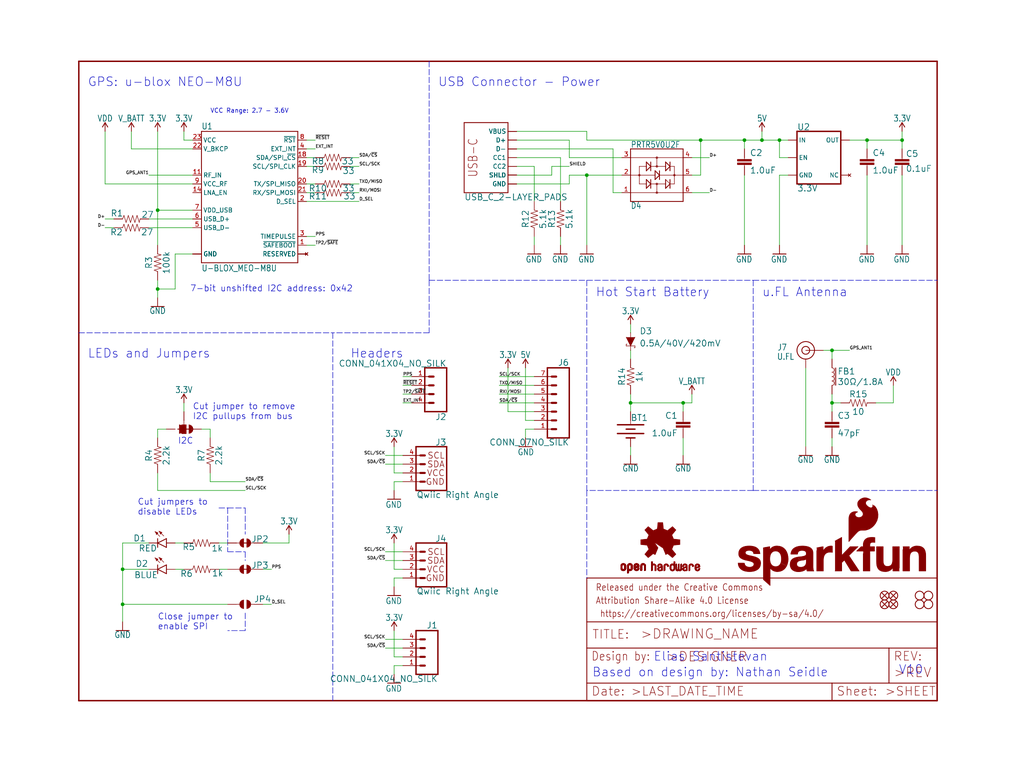
<source format=kicad_sch>
(kicad_sch (version 20211123) (generator eeschema)
  (paper "User" 297.002 223.926)
  (lib_symbols
    (symbol "eagleSchem-eagle-import:0.1UF-0603-25V-(+80{slash}-20%)"
      (property "Reference" "C" (at 1.524 2.921 0))
      (property "Value" "0.1UF-0603-25V-(+80{slash}-20%)" (at 1.524 -2.159 0))
      (symbol "0.1UF-0603-25V-(+80{slash}-20%)_1_0"
        (pin passive line (at 0 5.08 270) (length 2.54) (name "1") (number "1"))
        (pin passive line (at 0 -2.54 90) (length 2.54) (name "2") (number "2"))
      )
    )
    (symbol "eagleSchem-eagle-import:1.0UF-0603-16V-10%"
      (property "Reference" "C" (at 1.524 2.921 0))
      (property "Value" "1.0UF-0603-16V-10%" (at 1.524 -2.159 0))
      (symbol "1.0UF-0603-16V-10%_1_0"
        (pin passive line (at 0 5.08 270) (length 2.54) (name "1") (number "1"))
        (pin passive line (at 0 -2.54 90) (length 2.54) (name "2") (number "2"))
      )
    )
    (symbol "eagleSchem-eagle-import:100KOHM-0603-1{slash}10W-1%"
      (property "Reference" "R" (at 0 1.524 0))
      (property "Value" "100KOHM-0603-1{slash}10W-1%" (at 0 -1.524 0))
      (symbol "100KOHM-0603-1{slash}10W-1%_1_0"
        (pin passive line (at -5.08 0 0) (length 2.54) (name "1") (number "1"))
        (pin passive line (at 5.08 0 180) (length 2.54) (name "2") (number "2"))
      )
    )
    (symbol "eagleSchem-eagle-import:10OHM-0603-1{slash}10W-1%"
      (property "Reference" "R" (at 0 1.524 0))
      (property "Value" "10OHM-0603-1{slash}10W-1%" (at 0 -1.524 0))
      (symbol "10OHM-0603-1{slash}10W-1%_1_0"
        (pin passive line (at -5.08 0 0) (length 2.54) (name "1") (number "1"))
        (pin passive line (at 5.08 0 180) (length 2.54) (name "2") (number "2"))
      )
    )
    (symbol "eagleSchem-eagle-import:1KOHM-0603-1{slash}10W-1%"
      (property "Reference" "R" (at 0 1.524 0))
      (property "Value" "1KOHM-0603-1{slash}10W-1%" (at 0 -1.524 0))
      (symbol "1KOHM-0603-1{slash}10W-1%_1_0"
        (pin passive line (at -5.08 0 0) (length 2.54) (name "1") (number "1"))
        (pin passive line (at 5.08 0 180) (length 2.54) (name "2") (number "2"))
      )
    )
    (symbol "eagleSchem-eagle-import:2.2KOHM-0603-1{slash}10W-1%"
      (property "Reference" "R" (at 0 1.524 0))
      (property "Value" "2.2KOHM-0603-1{slash}10W-1%" (at 0 -1.524 0))
      (symbol "2.2KOHM-0603-1{slash}10W-1%_1_0"
        (pin passive line (at -5.08 0 0) (length 2.54) (name "1") (number "1"))
        (pin passive line (at 5.08 0 180) (length 2.54) (name "2") (number "2"))
      )
    )
    (symbol "eagleSchem-eagle-import:27OHM-0603-1{slash}10W-1%"
      (property "Reference" "R" (at 0 1.524 0))
      (property "Value" "27OHM-0603-1{slash}10W-1%" (at 0 -1.524 0))
      (symbol "27OHM-0603-1{slash}10W-1%_1_0"
        (pin passive line (at -5.08 0 0) (length 2.54) (name "1") (number "1"))
        (pin passive line (at 5.08 0 180) (length 2.54) (name "2") (number "2"))
      )
    )
    (symbol "eagleSchem-eagle-import:3.3V" (power)
      (property "Value" "3.3V" (at 0 2.794 0))
      (symbol "3.3V_1_0"
        (pin power_in line (at 0 0 90) (length 2.54) (name "3.3V") (number "1"))
      )
    )
    (symbol "eagleSchem-eagle-import:33OHM-0603-1{slash}10W-1%"
      (property "Reference" "R" (at 0 1.524 0))
      (property "Value" "33OHM-0603-1{slash}10W-1%" (at 0 -1.524 0))
      (symbol "33OHM-0603-1{slash}10W-1%_1_0"
        (pin passive line (at -5.08 0 0) (length 2.54) (name "1") (number "1"))
        (pin passive line (at 5.08 0 180) (length 2.54) (name "2") (number "2"))
      )
    )
    (symbol "eagleSchem-eagle-import:47PF-0603-50V-5%"
      (property "Reference" "C" (at 1.524 2.921 0))
      (property "Value" "47PF-0603-50V-5%" (at 1.524 -2.159 0))
      (symbol "47PF-0603-50V-5%_1_0"
        (pin passive line (at 0 5.08 270) (length 2.54) (name "1") (number "1"))
        (pin passive line (at 0 -2.54 90) (length 2.54) (name "2") (number "2"))
      )
    )
    (symbol "eagleSchem-eagle-import:5.1KOHM5.1KOHM-0603-1{slash}10W-1%"
      (property "Reference" "R" (at 0 1.524 0))
      (property "Value" "5.1KOHM5.1KOHM-0603-1{slash}10W-1%" (at 0 -1.524 0))
      (symbol "5.1KOHM5.1KOHM-0603-1{slash}10W-1%_1_0"
        (pin passive line (at -5.08 0 0) (length 2.54) (name "1") (number "1"))
        (pin passive line (at 5.08 0 180) (length 2.54) (name "2") (number "2"))
      )
    )
    (symbol "eagleSchem-eagle-import:5V" (power)
      (property "Value" "5V" (at 0 2.794 0))
      (symbol "5V_1_0"
        (pin power_in line (at 0 0 90) (length 2.54) (name "5V") (number "1"))
      )
    )
    (symbol "eagleSchem-eagle-import:CONN_041X04_NO_SILK"
      (property "Reference" "J" (at -5.08 8.128 0))
      (property "Value" "CONN_041X04_NO_SILK" (at -5.08 -7.366 0))
      (symbol "CONN_041X04_NO_SILK_1_0"
        (pin passive line (at 5.08 -2.54 180) (length 5.08) (name "1") (number "1"))
        (pin passive line (at 5.08 0 180) (length 5.08) (name "2") (number "2"))
        (pin passive line (at 5.08 2.54 180) (length 5.08) (name "3") (number "3"))
        (pin passive line (at 5.08 5.08 180) (length 5.08) (name "4") (number "4"))
      )
    )
    (symbol "eagleSchem-eagle-import:CONN_07NO_SILK"
      (property "Reference" "J" (at -5.08 13.208 0))
      (property "Value" "CONN_07NO_SILK" (at -5.08 -9.906 0))
      (symbol "CONN_07NO_SILK_1_0"
        (pin passive line (at 5.08 -5.08 180) (length 5.08) (name "1") (number "1"))
        (pin passive line (at 5.08 -2.54 180) (length 5.08) (name "2") (number "2"))
        (pin passive line (at 5.08 0 180) (length 5.08) (name "3") (number "3"))
        (pin passive line (at 5.08 2.54 180) (length 5.08) (name "4") (number "4"))
        (pin passive line (at 5.08 5.08 180) (length 5.08) (name "5") (number "5"))
        (pin passive line (at 5.08 7.62 180) (length 5.08) (name "6") (number "6"))
        (pin passive line (at 5.08 10.16 180) (length 5.08) (name "7") (number "7"))
      )
    )
    (symbol "eagleSchem-eagle-import:DIODE-SCHOTTKY-PMEG4005EJ"
      (property "Reference" "D" (at -2.54 2.032 0))
      (property "Value" "DIODE-SCHOTTKY-PMEG4005EJ" (at -2.54 -2.032 0))
      (symbol "DIODE-SCHOTTKY-PMEG4005EJ_1_0"
        (pin passive line (at -2.54 0 0) (length 0) (name "A") (number "A"))
        (pin passive line (at 2.54 0 180) (length 0) (name "C") (number "C"))
      )
    )
    (symbol "eagleSchem-eagle-import:FERRITE_BEAD-0603"
      (property "Reference" "FB" (at 1.27 2.54 0))
      (property "Value" "FERRITE_BEAD-0603" (at 1.27 -2.54 0))
      (symbol "FERRITE_BEAD-0603_1_0"
        (pin passive line (at 0 5.08 270) (length 2.54) (name "1") (number "1"))
        (pin passive line (at 0 -5.08 90) (length 2.54) (name "2") (number "2"))
      )
    )
    (symbol "eagleSchem-eagle-import:FIDUCIALUFIDUCIAL")
    (symbol "eagleSchem-eagle-import:FRAME-LETTER"
      (symbol "FRAME-LETTER_2_0"
        (text " https://creativecommons.org/licenses/by-sa/4.0/" (at 2.54 24.13 0) (effects (font (size 1.9304 1.6408)) (justify left bottom)))
        (text ">DESIGNER" (at 23.114 11.176 0) (effects (font (size 2.7432 2.7432)) (justify left bottom)))
        (text ">DRAWING_NAME" (at 15.494 17.78 0) (effects (font (size 2.7432 2.7432)) (justify left bottom)))
        (text ">LAST_DATE_TIME" (at 12.7 1.27 0) (effects (font (size 2.54 2.54)) (justify left bottom)))
        (text ">REV" (at 88.9 6.604 0) (effects (font (size 2.7432 2.7432)) (justify left bottom)))
        (text ">SHEET" (at 86.36 1.27 0) (effects (font (size 2.54 2.54)) (justify left bottom)))
        (text "Attribution Share-Alike 4.0 License" (at 2.54 27.94 0) (effects (font (size 1.9304 1.6408)) (justify left bottom)))
        (text "Date:" (at 1.27 1.27 0) (effects (font (size 2.54 2.54)) (justify left bottom)))
        (text "Design by:" (at 1.27 11.43 0) (effects (font (size 2.54 2.159)) (justify left bottom)))
        (text "Released under the Creative Commons" (at 2.54 31.75 0) (effects (font (size 1.9304 1.6408)) (justify left bottom)))
        (text "REV:" (at 88.9 11.43 0) (effects (font (size 2.54 2.54)) (justify left bottom)))
        (text "Sheet:" (at 72.39 1.27 0) (effects (font (size 2.54 2.54)) (justify left bottom)))
        (text "TITLE:" (at 1.524 17.78 0) (effects (font (size 2.54 2.54)) (justify left bottom)))
      )
    )
    (symbol "eagleSchem-eagle-import:GND" (power)
      (property "Value" "GND" (at 0 -0.254 0))
      (symbol "GND_1_0"
        (pin power_in line (at 0 2.54 270) (length 2.54) (name "GND") (number "1"))
      )
    )
    (symbol "eagleSchem-eagle-import:I2C_STANDARDQWIIC"
      (property "Reference" "J" (at -5.08 7.874 0))
      (property "Value" "I2C_STANDARDQWIIC" (at -5.08 -5.334 0))
      (symbol "I2C_STANDARDQWIIC_1_0"
        (text "GND" (at -4.572 -2.54 0) (effects (font (size 1.778 1.778)) (justify left)))
        (text "SCL" (at -4.572 5.08 0) (effects (font (size 1.778 1.778)) (justify left)))
        (text "SDA" (at -4.572 2.54 0) (effects (font (size 1.778 1.778)) (justify left)))
        (text "VCC" (at -4.572 0 0) (effects (font (size 1.778 1.778)) (justify left)))
        (pin power_in line (at 7.62 -2.54 180) (length 5.08) (name "1") (number "1"))
        (pin power_in line (at 7.62 0 180) (length 5.08) (name "2") (number "2"))
        (pin passive line (at 7.62 2.54 180) (length 5.08) (name "3") (number "3"))
        (pin passive line (at 7.62 5.08 180) (length 5.08) (name "4") (number "4"))
      )
    )
    (symbol "eagleSchem-eagle-import:JUMPER-SMT_2_NC_TRACE_SILK"
      (property "Reference" "JP" (at -2.54 2.54 0))
      (property "Value" "JUMPER-SMT_2_NC_TRACE_SILK" (at -2.54 -2.54 0))
      (symbol "JUMPER-SMT_2_NC_TRACE_SILK_1_0"
        (pin passive line (at -5.08 0 0) (length 2.54) (name "1") (number "1"))
        (pin passive line (at 5.08 0 180) (length 2.54) (name "2") (number "2"))
      )
    )
    (symbol "eagleSchem-eagle-import:JUMPER-SMT_2_NO_SILK"
      (property "Reference" "JP" (at -2.54 2.54 0))
      (property "Value" "JUMPER-SMT_2_NO_SILK" (at -2.54 -2.54 0))
      (symbol "JUMPER-SMT_2_NO_SILK_1_0"
        (pin passive line (at -5.08 0 0) (length 2.54) (name "1") (number "1"))
        (pin passive line (at 5.08 0 180) (length 2.54) (name "2") (number "2"))
      )
    )
    (symbol "eagleSchem-eagle-import:JUMPER-SMT_3_2-NC_TRACE_SILK"
      (property "Reference" "JP" (at 2.54 0.381 0))
      (property "Value" "JUMPER-SMT_3_2-NC_TRACE_SILK" (at 2.54 -0.381 0))
      (symbol "JUMPER-SMT_3_2-NC_TRACE_SILK_1_0"
        (pin passive line (at 0 5.08 270) (length 2.54) (name "1") (number "1"))
        (pin passive line (at -5.08 0 0) (length 2.54) (name "2") (number "2"))
        (pin passive line (at 0 -5.08 90) (length 2.54) (name "3") (number "3"))
      )
    )
    (symbol "eagleSchem-eagle-import:LED-BLUE0603"
      (property "Reference" "D" (at -3.429 -4.572 90))
      (property "Value" "LED-BLUE0603" (at 1.905 -4.572 90))
      (symbol "LED-BLUE0603_1_0"
        (pin passive line (at 0 2.54 270) (length 2.54) (name "A") (number "A"))
        (pin passive line (at 0 -5.08 90) (length 2.54) (name "C") (number "C"))
      )
    )
    (symbol "eagleSchem-eagle-import:LED-RED0603"
      (property "Reference" "D" (at -3.429 -4.572 90))
      (property "Value" "LED-RED0603" (at 1.905 -4.572 90))
      (symbol "LED-RED0603_1_0"
        (pin passive line (at 0 2.54 270) (length 2.54) (name "A") (number "A"))
        (pin passive line (at 0 -5.08 90) (length 2.54) (name "C") (number "C"))
      )
    )
    (symbol "eagleSchem-eagle-import:ML414H_IV01E_BATTERY"
      (property "Reference" "BT" (at 0 4.318 0))
      (property "Value" "ML414H_IV01E_BATTERY" (at 0 -4.318 0))
      (symbol "ML414H_IV01E_BATTERY_1_0"
        (pin power_in line (at -5.08 0 0) (length 2.54) (name "+") (number "+"))
        (pin power_in line (at 5.08 0 180) (length 2.54) (name "-") (number "-"))
      )
    )
    (symbol "eagleSchem-eagle-import:OSHW-LOGOMINI")
    (symbol "eagleSchem-eagle-import:PRTR5V0U2F"
      (property "Reference" "D" (at -7.62 7.874 0))
      (property "Value" "PRTR5V0U2F" (at -7.62 -7.874 0))
      (symbol "PRTR5V0U2F_1_0"
        (pin bidirectional line (at -10.16 5.08 0) (length 2.54) (name "1") (number "1"))
        (pin bidirectional line (at -10.16 0 0) (length 2.54) (name "2") (number "2"))
        (pin bidirectional line (at -10.16 -5.08 0) (length 2.54) (name "3") (number "3"))
        (pin bidirectional line (at 10.16 -5.08 180) (length 2.54) (name "4") (number "4"))
        (pin bidirectional line (at 10.16 0 180) (length 2.54) (name "5") (number "5"))
        (pin bidirectional line (at 10.16 5.08 180) (length 2.54) (name "6") (number "6"))
      )
    )
    (symbol "eagleSchem-eagle-import:SFE_LOGO_NAME_FLAME.1_INCH")
    (symbol "eagleSchem-eagle-import:STAND-OFF")
    (symbol "eagleSchem-eagle-import:U-BLOX_MEO-M8U"
      (property "Reference" "U" (at -12.7 18.288 0))
      (property "Value" "U-BLOX_MEO-M8U" (at -12.7 -22.86 0))
      (symbol "U-BLOX_MEO-M8U_1_0"
        (pin bidirectional line (at 17.78 -15.24 180) (length 2.54) (name "~{SAFEBOOT}") (number "1"))
        (pin bidirectional line (at -15.24 -17.78 0) (length 2.54) (name "GND") (number "10"))
        (pin bidirectional line (at -15.24 5.08 0) (length 2.54) (name "RF_IN") (number "11"))
        (pin bidirectional line (at -15.24 -17.78 0) (length 2.54) (name "GND") (number "12"))
        (pin bidirectional line (at -15.24 -17.78 0) (length 2.54) (name "GND") (number "13"))
        (pin bidirectional line (at -15.24 0 0) (length 2.54) (name "LNA_EN") (number "14"))
        (pin no_connect line (at 17.78 -17.78 180) (length 2.54) (name "RESERVED") (number "15"))
        (pin no_connect line (at 17.78 -17.78 180) (length 2.54) (name "RESERVED") (number "16"))
        (pin no_connect line (at 17.78 -17.78 180) (length 2.54) (name "RESERVED") (number "17"))
        (pin bidirectional line (at 17.78 10.16 180) (length 2.54) (name "SDA/SPI_~{CS}") (number "18"))
        (pin bidirectional line (at 17.78 7.62 180) (length 2.54) (name "SCL/SPI_CLK") (number "19"))
        (pin bidirectional line (at 17.78 -2.54 180) (length 2.54) (name "D_SEL") (number "2"))
        (pin bidirectional line (at 17.78 2.54 180) (length 2.54) (name "TX/SPI_MISO") (number "20"))
        (pin bidirectional line (at 17.78 0 180) (length 2.54) (name "RX/SPI_MOSI") (number "21"))
        (pin bidirectional line (at -15.24 12.7 0) (length 2.54) (name "V_BKCP") (number "22"))
        (pin bidirectional line (at -15.24 15.24 0) (length 2.54) (name "VCC") (number "23"))
        (pin bidirectional line (at -15.24 -17.78 0) (length 2.54) (name "GND") (number "24"))
        (pin bidirectional line (at 17.78 -12.7 180) (length 2.54) (name "TIMEPULSE") (number "3"))
        (pin bidirectional line (at 17.78 12.7 180) (length 2.54) (name "EXT_INT") (number "4"))
        (pin bidirectional line (at -15.24 -10.16 0) (length 2.54) (name "USB_D-") (number "5"))
        (pin bidirectional line (at -15.24 -7.62 0) (length 2.54) (name "USB_D+") (number "6"))
        (pin bidirectional line (at -15.24 -5.08 0) (length 2.54) (name "VDD_USB") (number "7"))
        (pin bidirectional line (at 17.78 15.24 180) (length 2.54) (name "~{RST}") (number "8"))
        (pin bidirectional line (at -15.24 2.54 0) (length 2.54) (name "VCC_RF") (number "9"))
      )
    )
    (symbol "eagleSchem-eagle-import:U.FL2PIN"
      (property "Reference" "J" (at 2.54 -5.08 0))
      (property "Value" "U.FL2PIN" (at 2.54 -7.62 0))
      (symbol "U.FL2PIN_1_0"
        (pin bidirectional line (at 0 -5.08 90) (length 2.54) (name "GND") (number "1"))
        (pin bidirectional line (at 0 -5.08 90) (length 2.54) (name "GND") (number "2"))
        (pin bidirectional line (at 5.08 0 180) (length 5.08) (name "SIGNAL") (number "FEED"))
      )
    )
    (symbol "eagleSchem-eagle-import:USB_C_2-LAYER_PADS"
      (property "Reference" "J" (at -2.54 10.414 0))
      (property "Value" "USB_C_2-LAYER_PADS" (at -2.54 -12.446 0))
      (symbol "USB_C_2-LAYER_PADS_1_0"
        (text "USB-C" (at 0 0 900) (effects (font (size 2.54 2.159))))
        (pin bidirectional line (at 12.7 0 180) (length 2.54) (name "CC1") (number "A5"))
        (pin bidirectional line (at 12.7 5.08 180) (length 2.54) (name "D+") (number "A6"))
        (pin bidirectional line (at 12.7 2.54 180) (length 2.54) (name "D-") (number "A7"))
        (pin bidirectional line (at 12.7 -2.54 180) (length 2.54) (name "CC2") (number "B5"))
        (pin bidirectional line (at 12.7 5.08 180) (length 2.54) (name "D+") (number "B6"))
        (pin bidirectional line (at 12.7 2.54 180) (length 2.54) (name "D-") (number "B7"))
        (pin bidirectional line (at 12.7 -7.62 180) (length 2.54) (name "GND") (number "GND"))
        (pin bidirectional line (at 12.7 -7.62 180) (length 2.54) (name "GND") (number "GND2"))
        (pin bidirectional line (at 12.7 -5.08 180) (length 2.54) (name "SHLD") (number "SHLD1"))
        (pin bidirectional line (at 12.7 -5.08 180) (length 2.54) (name "SHLD") (number "SHLD2"))
        (pin bidirectional line (at 12.7 -5.08 180) (length 2.54) (name "SHLD") (number "SHLD3"))
        (pin bidirectional line (at 12.7 -5.08 180) (length 2.54) (name "SHLD") (number "SHLD4"))
        (pin bidirectional line (at 12.7 7.62 180) (length 2.54) (name "VBUS") (number "VBUS1"))
        (pin bidirectional line (at 12.7 7.62 180) (length 2.54) (name "VBUS") (number "VBUS2"))
      )
    )
    (symbol "eagleSchem-eagle-import:VDD" (power)
      (property "Value" "VDD" (at 0 2.794 0))
      (symbol "VDD_1_0"
        (pin power_in line (at 0 0 90) (length 2.54) (name "VDD") (number "1"))
      )
    )
    (symbol "eagleSchem-eagle-import:V_BATT" (power)
      (property "Value" "V_BATT" (at 0 2.794 0))
      (symbol "V_BATT_1_0"
        (pin power_in line (at 0 0 90) (length 2.54) (name "V_BATT") (number "1"))
      )
    )
    (symbol "eagleSchem-eagle-import:V_REG_AP2112K-3.3V"
      (property "Reference" "U" (at -7.62 7.874 0))
      (property "Value" "V_REG_AP2112K-3.3V" (at -7.62 -7.874 0))
      (symbol "V_REG_AP2112K-3.3V_1_0"
        (pin input line (at -10.16 5.08 0) (length 2.54) (name "IN") (number "1"))
        (pin input line (at -10.16 -5.08 0) (length 2.54) (name "GND") (number "2"))
        (pin input line (at -10.16 0 0) (length 2.54) (name "EN") (number "3"))
        (pin no_connect line (at 7.62 -5.08 180) (length 2.54) (name "NC") (number "4"))
        (pin passive line (at 7.62 5.08 180) (length 2.54) (name "OUT") (number "5"))
      )
    )
  )
  (junction (at 220.98 40.64))
  (junction (at 198.12 116.84))
  (junction (at 226.06 40.64))
  (junction (at 241.3 101.6))
  (junction (at 45.72 60.96))
  (junction (at 241.3 116.84))
  (junction (at 203.2 40.64))
  (junction (at 45.72 83.82))
  (junction (at 215.9 40.64))
  (junction (at 35.56 165.1))
  (junction (at 35.56 175.26))
  (junction (at 182.88 116.84))
  (junction (at 170.18 50.8))
  (junction (at 261.62 40.64))
  (junction (at 251.46 40.64))
  (wire (pts (xy 261.62 38.1) (xy 261.62 40.64)))
  (wire (pts (xy 154.94 111.76) (xy 144.78 111.76)))
  (wire (pts (xy 251.46 71.12) (xy 251.46 50.8)))
  (polyline (pts (xy 66.04 147.32) (xy 71.12 147.32)))
  (wire (pts (xy 50.8 83.82) (xy 45.72 83.82)))
  (wire (pts (xy 261.62 43.18) (xy 261.62 40.64)))
  (wire (pts (xy 203.2 50.8) (xy 203.2 40.64)))
  (wire (pts (xy 101.6 53.34) (xy 104.14 53.34)))
  (wire (pts (xy 182.88 129.54) (xy 182.88 132.08)))
  (wire (pts (xy 55.88 53.34) (xy 30.48 53.34)))
  (wire (pts (xy 91.44 45.72) (xy 88.9 45.72)))
  (wire (pts (xy 228.6 50.8) (xy 226.06 50.8)))
  (wire (pts (xy 215.9 40.64) (xy 203.2 40.64)))
  (polyline (pts (xy 66.04 147.32) (xy 66.04 160.02)))
  (wire (pts (xy 88.9 40.64) (xy 91.44 40.64)))
  (wire (pts (xy 152.4 121.92) (xy 152.4 106.68)))
  (wire (pts (xy 43.18 165.1) (xy 35.56 165.1)))
  (wire (pts (xy 162.56 45.72) (xy 162.56 58.42)))
  (wire (pts (xy 116.84 193.04) (xy 114.3 193.04)))
  (wire (pts (xy 50.8 157.48) (xy 53.34 157.48)))
  (polyline (pts (xy 124.46 96.52) (xy 96.52 96.52)))
  (wire (pts (xy 53.34 165.1) (xy 50.8 165.1)))
  (polyline (pts (xy 124.46 81.28) (xy 170.18 81.28)))
  (wire (pts (xy 35.56 157.48) (xy 35.56 165.1)))
  (wire (pts (xy 182.88 116.84) (xy 182.88 119.38)))
  (wire (pts (xy 203.2 40.64) (xy 170.18 40.64)))
  (wire (pts (xy 114.3 139.7) (xy 114.3 142.24)))
  (polyline (pts (xy 124.46 17.78) (xy 124.46 81.28)))
  (wire (pts (xy 177.8 55.88) (xy 180.34 55.88)))
  (wire (pts (xy 101.6 55.88) (xy 104.14 55.88)))
  (wire (pts (xy 116.84 185.42) (xy 111.76 185.42)))
  (wire (pts (xy 88.9 43.18) (xy 91.44 43.18)))
  (wire (pts (xy 160.02 50.8) (xy 160.02 48.26)))
  (wire (pts (xy 60.96 139.7) (xy 71.12 139.7)))
  (wire (pts (xy 45.72 137.16) (xy 45.72 142.24)))
  (wire (pts (xy 200.66 50.8) (xy 203.2 50.8)))
  (wire (pts (xy 119.38 114.3) (xy 116.84 114.3)))
  (wire (pts (xy 154.94 121.92) (xy 152.4 121.92)))
  (wire (pts (xy 116.84 137.16) (xy 114.3 137.16)))
  (wire (pts (xy 33.02 63.5) (xy 30.48 63.5)))
  (wire (pts (xy 165.1 45.72) (xy 180.34 45.72)))
  (wire (pts (xy 119.38 116.84) (xy 116.84 116.84)))
  (wire (pts (xy 251.46 40.64) (xy 261.62 40.64)))
  (wire (pts (xy 119.38 109.22) (xy 116.84 109.22)))
  (wire (pts (xy 91.44 48.26) (xy 88.9 48.26)))
  (wire (pts (xy 182.88 114.3) (xy 182.88 116.84)))
  (wire (pts (xy 241.3 116.84) (xy 241.3 119.38)))
  (polyline (pts (xy 71.12 147.32) (xy 71.12 154.94)))
  (wire (pts (xy 152.4 124.46) (xy 152.4 127)))
  (wire (pts (xy 149.86 45.72) (xy 162.56 45.72)))
  (wire (pts (xy 55.88 43.18) (xy 38.1 43.18)))
  (wire (pts (xy 45.72 81.28) (xy 45.72 83.82)))
  (polyline (pts (xy 218.44 142.24) (xy 271.78 142.24)))
  (polyline (pts (xy 63.5 147.32) (xy 66.04 147.32)))
  (wire (pts (xy 251.46 40.64) (xy 251.46 43.18)))
  (polyline (pts (xy 218.44 142.24) (xy 170.18 142.24)))
  (wire (pts (xy 35.56 157.48) (xy 43.18 157.48)))
  (wire (pts (xy 198.12 116.84) (xy 198.12 119.38)))
  (wire (pts (xy 149.86 50.8) (xy 160.02 50.8)))
  (wire (pts (xy 91.44 55.88) (xy 88.9 55.88)))
  (wire (pts (xy 165.1 45.72) (xy 165.1 40.64)))
  (wire (pts (xy 182.88 93.98) (xy 182.88 96.52)))
  (wire (pts (xy 154.94 48.26) (xy 149.86 48.26)))
  (wire (pts (xy 226.06 40.64) (xy 220.98 40.64)))
  (wire (pts (xy 254 116.84) (xy 259.08 116.84)))
  (wire (pts (xy 45.72 127) (xy 45.72 124.46)))
  (wire (pts (xy 241.3 101.6) (xy 238.76 101.6)))
  (wire (pts (xy 116.84 190.5) (xy 114.3 190.5)))
  (wire (pts (xy 180.34 50.8) (xy 170.18 50.8)))
  (wire (pts (xy 53.34 116.84) (xy 53.34 119.38)))
  (polyline (pts (xy 124.46 81.28) (xy 124.46 96.52)))
  (wire (pts (xy 88.9 68.58) (xy 91.44 68.58)))
  (wire (pts (xy 101.6 45.72) (xy 104.14 45.72)))
  (polyline (pts (xy 170.18 142.24) (xy 170.18 167.64)))
  (wire (pts (xy 38.1 38.1) (xy 38.1 43.18)))
  (wire (pts (xy 226.06 45.72) (xy 226.06 40.64)))
  (wire (pts (xy 45.72 124.46) (xy 48.26 124.46)))
  (wire (pts (xy 55.88 40.64) (xy 53.34 40.64)))
  (wire (pts (xy 261.62 71.12) (xy 261.62 50.8)))
  (wire (pts (xy 149.86 38.1) (xy 170.18 38.1)))
  (wire (pts (xy 200.66 55.88) (xy 205.74 55.88)))
  (wire (pts (xy 170.18 38.1) (xy 170.18 40.64)))
  (wire (pts (xy 116.84 167.64) (xy 114.3 167.64)))
  (wire (pts (xy 45.72 142.24) (xy 71.12 142.24)))
  (wire (pts (xy 53.34 38.1) (xy 53.34 40.64)))
  (polyline (pts (xy 170.18 81.28) (xy 170.18 142.24)))
  (wire (pts (xy 226.06 50.8) (xy 226.06 71.12)))
  (wire (pts (xy 241.3 101.6) (xy 241.3 104.14)))
  (wire (pts (xy 55.88 60.96) (xy 45.72 60.96)))
  (wire (pts (xy 233.68 129.54) (xy 233.68 106.68)))
  (wire (pts (xy 76.2 165.1) (xy 78.74 165.1)))
  (wire (pts (xy 154.94 109.22) (xy 144.78 109.22)))
  (wire (pts (xy 76.2 157.48) (xy 83.82 157.48)))
  (wire (pts (xy 50.8 73.66) (xy 50.8 83.82)))
  (wire (pts (xy 170.18 50.8) (xy 170.18 71.12)))
  (polyline (pts (xy 22.86 96.52) (xy 96.52 96.52)))
  (wire (pts (xy 116.84 162.56) (xy 111.76 162.56)))
  (wire (pts (xy 114.3 165.1) (xy 114.3 157.48)))
  (polyline (pts (xy 71.12 182.88) (xy 66.04 182.88)))
  (wire (pts (xy 220.98 40.64) (xy 215.9 40.64)))
  (wire (pts (xy 182.88 101.6) (xy 182.88 104.14)))
  (wire (pts (xy 30.48 53.34) (xy 30.48 38.1)))
  (wire (pts (xy 55.88 73.66) (xy 50.8 73.66)))
  (wire (pts (xy 55.88 66.04) (xy 43.18 66.04)))
  (polyline (pts (xy 170.18 81.28) (xy 218.44 81.28)))
  (wire (pts (xy 154.94 116.84) (xy 144.78 116.84)))
  (wire (pts (xy 170.18 50.8) (xy 165.1 50.8)))
  (wire (pts (xy 66.04 175.26) (xy 35.56 175.26)))
  (wire (pts (xy 246.38 40.64) (xy 251.46 40.64)))
  (wire (pts (xy 114.3 167.64) (xy 114.3 170.18)))
  (polyline (pts (xy 71.12 177.8) (xy 71.12 182.88)))
  (polyline (pts (xy 218.44 81.28) (xy 271.78 81.28)))
  (wire (pts (xy 116.84 160.02) (xy 111.76 160.02)))
  (wire (pts (xy 154.94 119.38) (xy 147.32 119.38)))
  (wire (pts (xy 228.6 45.72) (xy 226.06 45.72)))
  (wire (pts (xy 60.96 124.46) (xy 58.42 124.46)))
  (wire (pts (xy 200.66 45.72) (xy 205.74 45.72)))
  (wire (pts (xy 165.1 50.8) (xy 165.1 53.34)))
  (wire (pts (xy 198.12 116.84) (xy 182.88 116.84)))
  (wire (pts (xy 33.02 66.04) (xy 30.48 66.04)))
  (wire (pts (xy 177.8 43.18) (xy 177.8 55.88)))
  (wire (pts (xy 60.96 127) (xy 60.96 124.46)))
  (wire (pts (xy 114.3 190.5) (xy 114.3 182.88)))
  (polyline (pts (xy 96.52 96.52) (xy 96.52 203.2)))
  (wire (pts (xy 116.84 165.1) (xy 114.3 165.1)))
  (wire (pts (xy 160.02 48.26) (xy 165.1 48.26)))
  (wire (pts (xy 147.32 119.38) (xy 147.32 106.68)))
  (wire (pts (xy 88.9 58.42) (xy 104.14 58.42)))
  (wire (pts (xy 88.9 71.12) (xy 91.44 71.12)))
  (wire (pts (xy 220.98 40.64) (xy 220.98 38.1)))
  (polyline (pts (xy 218.44 81.28) (xy 218.44 142.24)))
  (wire (pts (xy 114.3 137.16) (xy 114.3 129.54)))
  (wire (pts (xy 200.66 116.84) (xy 198.12 116.84)))
  (wire (pts (xy 78.74 175.26) (xy 76.2 175.26)))
  (wire (pts (xy 154.94 68.58) (xy 154.94 71.12)))
  (wire (pts (xy 243.84 116.84) (xy 241.3 116.84)))
  (wire (pts (xy 116.84 187.96) (xy 111.76 187.96)))
  (wire (pts (xy 55.88 50.8) (xy 43.18 50.8)))
  (wire (pts (xy 226.06 40.64) (xy 228.6 40.64)))
  (polyline (pts (xy 71.12 160.02) (xy 71.12 162.56)))
  (wire (pts (xy 35.56 165.1) (xy 35.56 175.26)))
  (wire (pts (xy 101.6 48.26) (xy 104.14 48.26)))
  (wire (pts (xy 114.3 193.04) (xy 114.3 195.58)))
  (wire (pts (xy 35.56 175.26) (xy 35.56 180.34)))
  (wire (pts (xy 91.44 53.34) (xy 88.9 53.34)))
  (wire (pts (xy 162.56 68.58) (xy 162.56 71.12)))
  (wire (pts (xy 198.12 127) (xy 198.12 132.08)))
  (wire (pts (xy 55.88 63.5) (xy 43.18 63.5)))
  (wire (pts (xy 66.04 157.48) (xy 63.5 157.48)))
  (wire (pts (xy 154.94 114.3) (xy 144.78 114.3)))
  (wire (pts (xy 45.72 60.96) (xy 45.72 71.12)))
  (wire (pts (xy 116.84 132.08) (xy 111.76 132.08)))
  (wire (pts (xy 241.3 114.3) (xy 241.3 116.84)))
  (wire (pts (xy 165.1 40.64) (xy 149.86 40.64)))
  (wire (pts (xy 215.9 71.12) (xy 215.9 50.8)))
  (wire (pts (xy 259.08 116.84) (xy 259.08 111.76)))
  (wire (pts (xy 116.84 139.7) (xy 114.3 139.7)))
  (wire (pts (xy 241.3 129.54) (xy 241.3 127)))
  (wire (pts (xy 215.9 43.18) (xy 215.9 40.64)))
  (wire (pts (xy 154.94 124.46) (xy 152.4 124.46)))
  (wire (pts (xy 165.1 53.34) (xy 149.86 53.34)))
  (wire (pts (xy 60.96 137.16) (xy 60.96 139.7)))
  (polyline (pts (xy 66.04 160.02) (xy 71.12 160.02)))
  (wire (pts (xy 200.66 114.3) (xy 200.66 116.84)))
  (wire (pts (xy 119.38 111.76) (xy 116.84 111.76)))
  (wire (pts (xy 45.72 83.82) (xy 45.72 86.36)))
  (wire (pts (xy 45.72 38.1) (xy 45.72 60.96)))
  (wire (pts (xy 154.94 58.42) (xy 154.94 48.26)))
  (wire (pts (xy 149.86 43.18) (xy 177.8 43.18)))
  (wire (pts (xy 66.04 165.1) (xy 63.5 165.1)))
  (wire (pts (xy 83.82 157.48) (xy 83.82 154.94)))
  (wire (pts (xy 246.38 101.6) (xy 241.3 101.6)))
  (wire (pts (xy 116.84 134.62) (xy 111.76 134.62)))
  (text "Hot Start Battery" (at 172.72 86.36 180) (effects (font (size 2.54 2.54)) (justify left bottom)))
  (text "GPS: u-blox NEO-M8U" (at 25.4 25.4 180) (effects (font (size 2.54 2.54)) (justify left bottom)))
  (text "V10" (at 260.604 195.834 180) (effects (font (size 2.54 2.54)) (justify left bottom)))
  (text "VCC Range: 2.7 - 3.6V" (at 60.96 33.02 180) (effects (font (size 1.27 1.27)) (justify left bottom)))
  (text "LEDs and Jumpers" (at 25.4 104.14 180) (effects (font (size 2.54 2.54)) (justify left bottom)))
  (text "I2C" (at 51.562 129.032 180) (effects (font (size 1.778 1.778)) (justify left bottom)))
  (text "Headers" (at 101.6 104.14 180) (effects (font (size 2.54 2.54)) (justify left bottom)))
  (text "Elias Santistevan" (at 189.484 192.024 180) (effects (font (size 2.54 2.54)) (justify left bottom)))
  (text "Based on design by: Nathan Seidle" (at 171.704 196.596 180) (effects (font (size 2.54 2.54)) (justify left bottom)))
  (text "Cut jumpers to\ndisable LEDs" (at 39.878 149.606 180) (effects (font (size 1.778 1.778)) (justify left bottom)))
  (text "Close jumper to\nenable SPI" (at 45.72 182.88 180) (effects (font (size 1.778 1.778)) (justify left bottom)))
  (text "USB Connector - Power" (at 127 25.4 180) (effects (font (size 2.54 2.54)) (justify left bottom)))
  (text "Cut jumper to remove\nI2C pullups from bus" (at 55.88 121.92 180) (effects (font (size 1.778 1.778)) (justify left bottom)))
  (text "7-bit unshifted I2C address: 0x42" (at 78.74 83.82 180) (effects (font (size 1.778 1.778))))
  (text "u.FL Antenna" (at 220.98 86.36 180) (effects (font (size 2.54 2.54)) (justify left bottom)))
  (label "TP2/~{SAFE}" (at 116.84 114.3 0) (effects (font (size 0.889 0.889))))
  (label "PPS" (at 91.44 68.58 0) (effects (font (size 0.889 0.889))))
  (label "TXO/MISO" (at 104.14 53.34 0) (effects (font (size 0.889 0.889))))
  (label "D_SEL" (at 78.74 175.26 0) (effects (font (size 0.889 0.889))))
  (label "SCL/SCK" (at 111.76 160.02 180) (effects (font (size 0.889 0.889))))
  (label "EXT_INT" (at 116.84 116.84 0) (effects (font (size 0.889 0.889))))
  (label "SCL/SCK" (at 144.78 109.22 0) (effects (font (size 0.889 0.889))))
  (label "SHIELD" (at 165.1 48.26 0) (effects (font (size 0.889 0.889))))
  (label "SDA/~{CS}" (at 111.76 134.62 180) (effects (font (size 0.889 0.889))))
  (label "D-" (at 30.48 66.04 180) (effects (font (size 0.889 0.889))))
  (label "PPS" (at 78.74 165.1 0) (effects (font (size 0.889 0.889))))
  (label "SDA/~{CS}" (at 111.76 162.56 180) (effects (font (size 0.889 0.889))))
  (label "~{RESET}" (at 91.44 40.64 0) (effects (font (size 0.889 0.889))))
  (label "PPS" (at 116.84 109.22 0) (effects (font (size 0.889 0.889))))
  (label "SCL/SCK" (at 71.12 142.24 0) (effects (font (size 0.889 0.889))))
  (label "SCL/SCK" (at 104.14 48.26 0) (effects (font (size 0.889 0.889))))
  (label "RXI/MOSI" (at 104.14 55.88 0) (effects (font (size 0.889 0.889))))
  (label "GPS_ANT1" (at 246.38 101.6 0) (effects (font (size 0.889 0.889))))
  (label "~{RESET}" (at 116.84 111.76 0) (effects (font (size 0.889 0.889))))
  (label "EXT_INT" (at 91.44 43.18 0) (effects (font (size 0.889 0.889))))
  (label "SCL/SCK" (at 111.76 132.08 180) (effects (font (size 0.889 0.889))))
  (label "D+" (at 205.74 45.72 0) (effects (font (size 0.889 0.889))))
  (label "SDA/~{CS}" (at 71.12 139.7 0) (effects (font (size 0.889 0.889))))
  (label "SDA/~{CS}" (at 144.78 116.84 0) (effects (font (size 0.889 0.889))))
  (label "TXO/MISO" (at 144.78 111.76 0) (effects (font (size 0.889 0.889))))
  (label "SDA/~{CS}" (at 111.76 187.96 180) (effects (font (size 0.889 0.889))))
  (label "GPS_ANT1" (at 43.18 50.8 180) (effects (font (size 0.889 0.889))))
  (label "D-" (at 205.74 55.88 0) (effects (font (size 0.889 0.889))))
  (label "SDA/~{CS}" (at 104.14 45.72 0) (effects (font (size 0.889 0.889))))
  (label "TP2/~{SAFE}" (at 91.44 71.12 0) (effects (font (size 0.889 0.889))))
  (label "SCL/SCK" (at 111.76 185.42 180) (effects (font (size 0.889 0.889))))
  (label "D_SEL" (at 104.14 58.42 0) (effects (font (size 0.889 0.889))))
  (label "RXI/MOSI" (at 144.78 114.3 0) (effects (font (size 0.889 0.889))))
  (label "D+" (at 30.48 63.5 180) (effects (font (size 0.889 0.889))))
  (symbol (lib_id "eagleSchem-eagle-import:FIDUCIALUFIDUCIAL") (at 256.54 172.72 270) (unit 1)
    (property "Reference" "JP5" (effects hide))
    (property "Value" "FIDUCIALUFIDUCIAL" (effects hide))
    (property "Footprint" "eagleSchem:MICRO-FIDUCIAL" (effects hide))
  )
  (symbol (lib_id "eagleSchem-eagle-import:GND") (at 261.62 73.66 0) (unit 1)
    (property "Reference" "#GND13" (effects hide))
    (property "Value" "GND" (at 259.08 76.2 0) (effects (font (size 1.778 1.5113)) (justify left bottom)))
    (property "Footprint" "eagleSchem:" (effects hide))
  )
  (symbol (lib_id "eagleSchem-eagle-import:3.3V") (at 114.3 182.88 0) (unit 1)
    (property "Reference" "#SUPPLY7" (effects hide))
    (property "Value" "3.3V" (at 114.3 180.086 0) (effects (font (size 1.778 1.5113)) (justify bottom)))
    (property "Footprint" "eagleSchem:" (effects hide))
  )
  (symbol (lib_id "eagleSchem-eagle-import:1KOHM-0603-1{slash}10W-1%") (at 182.88 109.22 90) (unit 1)
    (property "Reference" "R14" (at 181.356 109.22 0) (effects (font (size 1.778 1.778)) (justify bottom)))
    (property "Value" "1k" (at 184.404 109.22 0) (effects (font (size 1.778 1.778)) (justify top)))
    (property "Footprint" "eagleSchem:0603" (effects hide))
  )
  (symbol (lib_id "eagleSchem-eagle-import:47PF-0603-50V-5%") (at 241.3 124.46 0) (unit 1)
    (property "Reference" "C3" (at 242.824 121.539 0) (effects (font (size 1.778 1.778)) (justify left bottom)))
    (property "Value" "47pF" (at 242.824 126.619 0) (effects (font (size 1.778 1.778)) (justify left bottom)))
    (property "Footprint" "eagleSchem:0603" (effects hide))
  )
  (symbol (lib_id "eagleSchem-eagle-import:33OHM-0603-1{slash}10W-1%") (at 96.52 45.72 0) (unit 1)
    (property "Reference" "R8" (at 92.202 47.752 0) (effects (font (size 1.778 1.778)) (justify bottom)))
    (property "Value" "33" (at 100.838 47.752 0) (effects (font (size 1.778 1.778)) (justify bottom)))
    (property "Footprint" "eagleSchem:0603" (effects hide))
  )
  (symbol (lib_id "eagleSchem-eagle-import:3.3V") (at 53.34 38.1 0) (mirror y) (unit 1)
    (property "Reference" "#SUPPLY1" (effects hide))
    (property "Value" "3.3V" (at 53.34 35.306 0) (effects (font (size 1.778 1.5113)) (justify bottom)))
    (property "Footprint" "eagleSchem:" (effects hide))
  )
  (symbol (lib_id "eagleSchem-eagle-import:10OHM-0603-1{slash}10W-1%") (at 248.92 116.84 0) (unit 1)
    (property "Reference" "R15" (at 248.92 115.316 0) (effects (font (size 1.778 1.778)) (justify bottom)))
    (property "Value" "10" (at 248.92 118.364 0) (effects (font (size 1.778 1.778)) (justify top)))
    (property "Footprint" "eagleSchem:0603" (effects hide))
  )
  (symbol (lib_id "eagleSchem-eagle-import:LED-RED0603") (at 48.26 157.48 270) (unit 1)
    (property "Reference" "D1" (at 38.608 157.099 90) (effects (font (size 1.778 1.778)) (justify left bottom)))
    (property "Value" "RED" (at 40.132 157.988 90) (effects (font (size 1.778 1.778)) (justify left top)))
    (property "Footprint" "eagleSchem:LED-0603" (effects hide))
  )
  (symbol (lib_id "eagleSchem-eagle-import:3.3V") (at 261.62 38.1 0) (unit 1)
    (property "Reference" "#SUPPLY2" (effects hide))
    (property "Value" "3.3V" (at 261.62 35.306 0) (effects (font (size 1.778 1.5113)) (justify bottom)))
    (property "Footprint" "eagleSchem:" (effects hide))
  )
  (symbol (lib_id "eagleSchem-eagle-import:CONN_07NO_SILK") (at 160.02 119.38 0) (mirror y) (unit 1)
    (property "Reference" "J6" (at 165.1 106.172 0) (effects (font (size 1.778 1.778)) (justify left bottom)))
    (property "Value" "CONN_07NO_SILK" (at 165.1 129.286 0) (effects (font (size 1.778 1.778)) (justify left bottom)))
    (property "Footprint" "eagleSchem:1X07_NO_SILK" (effects hide))
  )
  (symbol (lib_id "eagleSchem-eagle-import:FIDUCIALUFIDUCIAL") (at 259.08 175.26 270) (unit 1)
    (property "Reference" "JP8" (effects hide))
    (property "Value" "FIDUCIALUFIDUCIAL" (effects hide))
    (property "Footprint" "eagleSchem:MICRO-FIDUCIAL" (effects hide))
  )
  (symbol (lib_id "eagleSchem-eagle-import:JUMPER-SMT_2_NC_TRACE_SILK") (at 71.12 165.1 0) (unit 1)
    (property "Reference" "JP3" (at 77.978 162.941 0) (effects (font (size 1.778 1.778)) (justify right top)))
    (property "Value" "JUMPER-SMT_2_NC_TRACE_SILK" (effects hide))
    (property "Footprint" "eagleSchem:SMT-JUMPER_2_NC_TRACE_SILK" (effects hide))
  )
  (symbol (lib_id "eagleSchem-eagle-import:U-BLOX_MEO-M8U") (at 71.12 55.88 0) (unit 1)
    (property "Reference" "U1" (at 58.42 37.592 0) (effects (font (size 1.778 1.5113)) (justify left bottom)))
    (property "Value" "U-BLOX_MEO-M8U" (at 58.42 78.74 0) (effects (font (size 1.778 1.5113)) (justify left bottom)))
    (property "Footprint" "eagleSchem:NEO-M9N_M8T_M8U" (effects hide))
  )
  (symbol (lib_id "eagleSchem-eagle-import:LED-BLUE0603") (at 48.26 165.1 270) (unit 1)
    (property "Reference" "D2" (at 39.243 164.465 90) (effects (font (size 1.778 1.778)) (justify left bottom)))
    (property "Value" "BLUE" (at 38.862 165.735 90) (effects (font (size 1.778 1.778)) (justify left top)))
    (property "Footprint" "eagleSchem:LED-0603" (effects hide))
  )
  (symbol (lib_id "eagleSchem-eagle-import:2.2KOHM-0603-1{slash}10W-1%") (at 45.72 132.08 90) (unit 1)
    (property "Reference" "R4" (at 44.196 132.08 0) (effects (font (size 1.778 1.778)) (justify bottom)))
    (property "Value" "2.2k" (at 47.244 132.08 0) (effects (font (size 1.778 1.778)) (justify top)))
    (property "Footprint" "eagleSchem:0603" (effects hide))
  )
  (symbol (lib_id "eagleSchem-eagle-import:JUMPER-SMT_3_2-NC_TRACE_SILK") (at 53.34 124.46 270) (unit 1)
    (property "Reference" "JP1" (effects hide))
    (property "Value" "JUMPER-SMT_3_2-NC_TRACE_SILK" (effects hide))
    (property "Footprint" "eagleSchem:SMT-JUMPER_3_2-NC_TRACE_SILK" (effects hide))
  )
  (symbol (lib_id "eagleSchem-eagle-import:STAND-OFF") (at 266.7 175.26 0) (unit 1)
    (property "Reference" "JP10" (effects hide))
    (property "Value" "STAND-OFF" (effects hide))
    (property "Footprint" "eagleSchem:STAND-OFF" (effects hide))
  )
  (symbol (lib_id "eagleSchem-eagle-import:FERRITE_BEAD-0603") (at 241.3 109.22 0) (unit 1)
    (property "Reference" "FB1" (at 242.824 108.712 0) (effects (font (size 1.778 1.778)) (justify left bottom)))
    (property "Value" "30Ω/1.8A" (at 242.824 109.728 0) (effects (font (size 1.778 1.778)) (justify left top)))
    (property "Footprint" "eagleSchem:0603" (effects hide))
  )
  (symbol (lib_id "eagleSchem-eagle-import:GND") (at 154.94 73.66 0) (unit 1)
    (property "Reference" "#GND15" (effects hide))
    (property "Value" "GND" (at 152.4 76.2 0) (effects (font (size 1.778 1.5113)) (justify left bottom)))
    (property "Footprint" "eagleSchem:" (effects hide))
  )
  (symbol (lib_id "eagleSchem-eagle-import:5.1KOHM5.1KOHM-0603-1{slash}10W-1%") (at 154.94 63.5 90) (unit 1)
    (property "Reference" "R12" (at 153.416 63.5 0) (effects (font (size 1.778 1.778)) (justify bottom)))
    (property "Value" "5.1k" (at 156.464 63.5 0) (effects (font (size 1.778 1.778)) (justify top)))
    (property "Footprint" "eagleSchem:0603" (effects hide))
  )
  (symbol (lib_id "eagleSchem-eagle-import:FRAME-LETTER") (at 170.18 203.2 0) (unit 2)
    (property "Reference" "FRAME1" (effects hide))
    (property "Value" "FRAME-LETTER" (effects hide))
    (property "Footprint" "eagleSchem:CREATIVE_COMMONS" (effects hide))
  )
  (symbol (lib_id "eagleSchem-eagle-import:33OHM-0603-1{slash}10W-1%") (at 96.52 53.34 0) (unit 1)
    (property "Reference" "R10" (at 92.202 55.626 0) (effects (font (size 1.778 1.778)) (justify bottom)))
    (property "Value" "33" (at 101.092 55.626 0) (effects (font (size 1.778 1.778)) (justify bottom)))
    (property "Footprint" "eagleSchem:0603" (effects hide))
  )
  (symbol (lib_id "eagleSchem-eagle-import:OSHW-LOGOMINI") (at 191.516 157.226 0) (unit 1)
    (property "Reference" "LOGO1" (effects hide))
    (property "Value" "OSHW-LOGOMINI" (effects hide))
    (property "Footprint" "eagleSchem:OSHW-LOGO-MINI" (effects hide))
  )
  (symbol (lib_id "eagleSchem-eagle-import:0.1UF-0603-25V-(+80{slash}-20%)") (at 261.62 45.72 180) (unit 1)
    (property "Reference" "C5" (at 262.636 45.593 0) (effects (font (size 1.778 1.778)) (justify right top)))
    (property "Value" "0.1uF" (at 262.636 49.911 0) (effects (font (size 1.778 1.778)) (justify right top)))
    (property "Footprint" "eagleSchem:0603" (effects hide))
  )
  (symbol (lib_id "eagleSchem-eagle-import:STAND-OFF") (at 269.24 172.72 0) (unit 1)
    (property "Reference" "JP11" (effects hide))
    (property "Value" "STAND-OFF" (effects hide))
    (property "Footprint" "eagleSchem:STAND-OFF" (effects hide))
  )
  (symbol (lib_id "eagleSchem-eagle-import:33OHM-0603-1{slash}10W-1%") (at 96.52 55.88 0) (unit 1)
    (property "Reference" "R11" (at 92.202 57.912 0) (effects (font (size 1.778 1.778)) (justify bottom)))
    (property "Value" "33" (at 101.346 57.912 0) (effects (font (size 1.778 1.778)) (justify bottom)))
    (property "Footprint" "eagleSchem:0603" (effects hide))
  )
  (symbol (lib_id "eagleSchem-eagle-import:GND") (at 226.06 73.66 0) (unit 1)
    (property "Reference" "#GND14" (effects hide))
    (property "Value" "GND" (at 223.52 76.2 0) (effects (font (size 1.778 1.5113)) (justify left bottom)))
    (property "Footprint" "eagleSchem:" (effects hide))
  )
  (symbol (lib_id "eagleSchem-eagle-import:U.FL2PIN") (at 233.68 101.6 0) (unit 1)
    (property "Reference" "J7" (at 225.425 101.727 0) (effects (font (size 1.778 1.5113)) (justify left bottom)))
    (property "Value" "U.FL" (at 225.298 104.394 0) (effects (font (size 1.778 1.5113)) (justify left bottom)))
    (property "Footprint" "eagleSchem:U.FL" (effects hide))
  )
  (symbol (lib_id "eagleSchem-eagle-import:GND") (at 162.56 73.66 0) (unit 1)
    (property "Reference" "#GND9" (effects hide))
    (property "Value" "GND" (at 160.02 76.2 0) (effects (font (size 1.778 1.5113)) (justify left bottom)))
    (property "Footprint" "eagleSchem:" (effects hide))
  )
  (symbol (lib_id "eagleSchem-eagle-import:GND") (at 45.72 88.9 0) (unit 1)
    (property "Reference" "#GND3" (effects hide))
    (property "Value" "GND" (at 45.72 89.154 0) (effects (font (size 1.778 1.5113)) (justify top)))
    (property "Footprint" "eagleSchem:" (effects hide))
  )
  (symbol (lib_id "eagleSchem-eagle-import:STAND-OFF") (at 269.24 175.26 0) (unit 1)
    (property "Reference" "JP12" (effects hide))
    (property "Value" "STAND-OFF" (effects hide))
    (property "Footprint" "eagleSchem:STAND-OFF" (effects hide))
  )
  (symbol (lib_id "eagleSchem-eagle-import:VDD") (at 259.08 111.76 0) (unit 1)
    (property "Reference" "#SUPPLY15" (effects hide))
    (property "Value" "VDD" (at 259.08 108.966 0) (effects (font (size 1.778 1.5113)) (justify bottom)))
    (property "Footprint" "eagleSchem:" (effects hide))
  )
  (symbol (lib_id "eagleSchem-eagle-import:PRTR5V0U2F") (at 190.5 50.8 0) (mirror x) (unit 1)
    (property "Reference" "D4" (at 182.88 58.674 0) (effects (font (size 1.778 1.5113)) (justify left bottom)))
    (property "Value" "PRTR5V0U2F" (at 182.88 42.926 0) (effects (font (size 1.778 1.5113)) (justify left top)))
    (property "Footprint" "eagleSchem:SOT886" (effects hide))
  )
  (symbol (lib_id "eagleSchem-eagle-import:3.3V") (at 114.3 129.54 0) (unit 1)
    (property "Reference" "#SUPPLY4" (effects hide))
    (property "Value" "3.3V" (at 114.3 126.746 0) (effects (font (size 1.778 1.5113)) (justify bottom)))
    (property "Footprint" "eagleSchem:" (effects hide))
  )
  (symbol (lib_id "eagleSchem-eagle-import:3.3V") (at 45.72 38.1 0) (mirror y) (unit 1)
    (property "Reference" "#SUPPLY6" (effects hide))
    (property "Value" "3.3V" (at 45.72 35.306 0) (effects (font (size 1.778 1.5113)) (justify bottom)))
    (property "Footprint" "eagleSchem:" (effects hide))
  )
  (symbol (lib_id "eagleSchem-eagle-import:V_BATT") (at 38.1 38.1 0) (unit 1)
    (property "Reference" "#SUPPLY13" (effects hide))
    (property "Value" "V_BATT" (at 38.1 35.306 0) (effects (font (size 1.778 1.5113)) (justify bottom)))
    (property "Footprint" "eagleSchem:" (effects hide))
  )
  (symbol (lib_id "eagleSchem-eagle-import:5V") (at 220.98 38.1 0) (unit 1)
    (property "Reference" "#SUPPLY3" (effects hide))
    (property "Value" "5V" (at 220.98 35.306 0) (effects (font (size 1.778 1.5113)) (justify bottom)))
    (property "Footprint" "eagleSchem:" (effects hide))
  )
  (symbol (lib_id "eagleSchem-eagle-import:SFE_LOGO_NAME_FLAME.1_INCH") (at 213.36 170.18 0) (unit 1)
    (property "Reference" "LOGO2" (effects hide))
    (property "Value" "SFE_LOGO_NAME_FLAME.1_INCH" (effects hide))
    (property "Footprint" "eagleSchem:SFE_LOGO_NAME_FLAME_.1" (effects hide))
  )
  (symbol (lib_id "eagleSchem-eagle-import:1.0UF-0603-16V-10%") (at 215.9 48.26 0) (unit 1)
    (property "Reference" "C2" (at 217.424 45.339 0) (effects (font (size 1.778 1.778)) (justify left bottom)))
    (property "Value" "1.0uF" (at 217.424 50.419 0) (effects (font (size 1.778 1.778)) (justify left bottom)))
    (property "Footprint" "eagleSchem:0603" (effects hide))
  )
  (symbol (lib_id "eagleSchem-eagle-import:GND") (at 215.9 73.66 0) (unit 1)
    (property "Reference" "#GND16" (effects hide))
    (property "Value" "GND" (at 213.36 76.2 0) (effects (font (size 1.778 1.5113)) (justify left bottom)))
    (property "Footprint" "eagleSchem:" (effects hide))
  )
  (symbol (lib_id "eagleSchem-eagle-import:I2C_STANDARDQWIIC") (at 124.46 137.16 0) (mirror y) (unit 1)
    (property "Reference" "J3" (at 129.54 129.286 0) (effects (font (size 1.778 1.778)) (justify left bottom)))
    (property "Value" "Qwiic Right Angle" (at 144.78 142.494 0) (effects (font (size 1.778 1.778)) (justify left top)))
    (property "Footprint" "eagleSchem:JST04_1MM_RA" (effects hide))
  )
  (symbol (lib_id "eagleSchem-eagle-import:1KOHM-0603-1{slash}10W-1%") (at 58.42 165.1 0) (unit 1)
    (property "Reference" "R6" (at 54.102 167.386 0) (effects (font (size 1.778 1.778)) (justify bottom)))
    (property "Value" "1k" (at 63.119 167.259 0) (effects (font (size 1.778 1.778)) (justify bottom)))
    (property "Footprint" "eagleSchem:0603" (effects hide))
  )
  (symbol (lib_id "eagleSchem-eagle-import:FIDUCIALUFIDUCIAL") (at 259.08 172.72 0) (unit 1)
    (property "Reference" "JP7" (effects hide))
    (property "Value" "FIDUCIALUFIDUCIAL" (effects hide))
    (property "Footprint" "eagleSchem:MICRO-FIDUCIAL" (effects hide))
  )
  (symbol (lib_id "eagleSchem-eagle-import:33OHM-0603-1{slash}10W-1%") (at 96.52 48.26 0) (unit 1)
    (property "Reference" "R9" (at 92.202 50.292 0) (effects (font (size 1.778 1.778)) (justify bottom)))
    (property "Value" "33" (at 101.092 50.546 0) (effects (font (size 1.778 1.778)) (justify bottom)))
    (property "Footprint" "eagleSchem:0603" (effects hide))
  )
  (symbol (lib_id "eagleSchem-eagle-import:1.0UF-0603-16V-10%") (at 198.12 124.46 0) (mirror y) (unit 1)
    (property "Reference" "C1" (at 196.596 121.539 0) (effects (font (size 1.778 1.778)) (justify left bottom)))
    (property "Value" "1.0uF" (at 196.596 126.619 0) (effects (font (size 1.778 1.778)) (justify left bottom)))
    (property "Footprint" "eagleSchem:0603" (effects hide))
  )
  (symbol (lib_id "eagleSchem-eagle-import:DIODE-SCHOTTKY-PMEG4005EJ") (at 182.88 99.06 270) (unit 1)
    (property "Reference" "D3" (at 185.42 97.028 90) (effects (font (size 1.778 1.778)) (justify left bottom)))
    (property "Value" "0.5A/40V/420mV" (at 185.42 98.552 90) (effects (font (size 1.778 1.778)) (justify left top)))
    (property "Footprint" "eagleSchem:SOD-323" (effects hide))
  )
  (symbol (lib_id "eagleSchem-eagle-import:CONN_041X04_NO_SILK") (at 124.46 111.76 180) (unit 1)
    (property "Reference" "J2" (at 129.54 119.888 0) (effects (font (size 1.778 1.778)) (justify left bottom)))
    (property "Value" "CONN_041X04_NO_SILK" (at 129.54 104.394 0) (effects (font (size 1.778 1.778)) (justify left bottom)))
    (property "Footprint" "eagleSchem:1X04_NO_SILK" (effects hide))
  )
  (symbol (lib_id "eagleSchem-eagle-import:V_BATT") (at 200.66 114.3 0) (unit 1)
    (property "Reference" "#SUPPLY12" (effects hide))
    (property "Value" "V_BATT" (at 200.66 111.506 0) (effects (font (size 1.778 1.5113)) (justify bottom)))
    (property "Footprint" "eagleSchem:" (effects hide))
  )
  (symbol (lib_id "eagleSchem-eagle-import:GND") (at 251.46 73.66 0) (unit 1)
    (property "Reference" "#GND11" (effects hide))
    (property "Value" "GND" (at 248.92 76.2 0) (effects (font (size 1.778 1.5113)) (justify left bottom)))
    (property "Footprint" "eagleSchem:" (effects hide))
  )
  (symbol (lib_id "eagleSchem-eagle-import:2.2KOHM-0603-1{slash}10W-1%") (at 60.96 132.08 90) (unit 1)
    (property "Reference" "R7" (at 59.436 132.08 0) (effects (font (size 1.778 1.778)) (justify bottom)))
    (property "Value" "2.2k" (at 62.484 132.08 0) (effects (font (size 1.778 1.778)) (justify top)))
    (property "Footprint" "eagleSchem:0603" (effects hide))
  )
  (symbol (lib_id "eagleSchem-eagle-import:ML414H_IV01E_BATTERY") (at 182.88 124.46 270) (unit 1)
    (property "Reference" "BT1" (at 185.42 122.174 90) (effects (font (size 1.778 1.778)) (justify bottom)))
    (property "Value" "6.8MM_COIN_CELL" (effects hide))
    (property "Footprint" "eagleSchem:ML414H_IV01E" (effects hide))
  )
  (symbol (lib_id "eagleSchem-eagle-import:1KOHM-0603-1{slash}10W-1%") (at 58.42 157.48 0) (unit 1)
    (property "Reference" "R5" (at 54.737 159.639 0) (effects (font (size 1.778 1.778)) (justify bottom)))
    (property "Value" "1k" (at 62.992 157.988 0) (effects (font (size 1.778 1.778)) (justify top)))
    (property "Footprint" "eagleSchem:0603" (effects hide))
  )
  (symbol (lib_id "eagleSchem-eagle-import:STAND-OFF") (at 266.7 172.72 0) (unit 1)
    (property "Reference" "JP9" (effects hide))
    (property "Value" "STAND-OFF" (effects hide))
    (property "Footprint" "eagleSchem:STAND-OFF" (effects hide))
  )
  (symbol (lib_id "eagleSchem-eagle-import:JUMPER-SMT_2_NC_TRACE_SILK") (at 71.12 157.48 0) (unit 1)
    (property "Reference" "JP2" (at 77.978 155.321 0) (effects (font (size 1.778 1.778)) (justify right top)))
    (property "Value" "JUMPER-SMT_2_NC_TRACE_SILK" (effects hide))
    (property "Footprint" "eagleSchem:SMT-JUMPER_2_NC_TRACE_SILK" (effects hide))
  )
  (symbol (lib_id "eagleSchem-eagle-import:USB_C_2-LAYER_PADS") (at 137.16 45.72 0) (unit 1)
    (property "Reference" "J5" (effects hide))
    (property "Value" "USB_C_2-LAYER_PADS" (at 134.62 58.166 0) (effects (font (size 1.778 1.778)) (justify left bottom)))
    (property "Footprint" "eagleSchem:USB-C-16P-2LAYER-PADS" (effects hide))
  )
  (symbol (lib_id "eagleSchem-eagle-import:5V") (at 152.4 106.68 0) (unit 1)
    (property "Reference" "#SUPPLY11" (effects hide))
    (property "Value" "5V" (at 152.4 103.886 0) (effects (font (size 1.778 1.5113)) (justify bottom)))
    (property "Footprint" "eagleSchem:" (effects hide))
  )
  (symbol (lib_id "eagleSchem-eagle-import:27OHM-0603-1{slash}10W-1%") (at 38.1 66.04 0) (unit 1)
    (property "Reference" "R2" (at 33.782 68.326 0) (effects (font (size 1.778 1.778)) (justify bottom)))
    (property "Value" "27" (at 42.672 68.326 0) (effects (font (size 1.778 1.778)) (justify bottom)))
    (property "Footprint" "eagleSchem:0603" (effects hide))
  )
  (symbol (lib_id "eagleSchem-eagle-import:3.3V") (at 53.34 116.84 0) (unit 1)
    (property "Reference" "#SUPPLY9" (effects hide))
    (property "Value" "3.3V" (at 53.34 114.046 0) (effects (font (size 1.778 1.5113)) (justify bottom)))
    (property "Footprint" "eagleSchem:" (effects hide))
  )
  (symbol (lib_id "eagleSchem-eagle-import:GND") (at 170.18 73.66 0) (unit 1)
    (property "Reference" "#GND17" (effects hide))
    (property "Value" "GND" (at 167.64 76.2 0) (effects (font (size 1.778 1.5113)) (justify left bottom)))
    (property "Footprint" "eagleSchem:" (effects hide))
  )
  (symbol (lib_id "eagleSchem-eagle-import:CONN_041X04_NO_SILK") (at 121.92 190.5 0) (mirror y) (unit 1)
    (property "Reference" "J1" (at 127 182.372 0) (effects (font (size 1.778 1.778)) (justify left bottom)))
    (property "Value" "CONN_041X04_NO_SILK" (at 127 197.866 0) (effects (font (size 1.778 1.778)) (justify left bottom)))
    (property "Footprint" "eagleSchem:1X04_NO_SILK" (effects hide))
  )
  (symbol (lib_id "eagleSchem-eagle-import:V_REG_AP2112K-3.3V") (at 238.76 45.72 0) (unit 1)
    (property "Reference" "U2" (at 231.14 37.846 0) (effects (font (size 1.778 1.778)) (justify left bottom)))
    (property "Value" "3.3V" (at 231.14 53.594 0) (effects (font (size 1.778 1.778)) (justify left top)))
    (property "Footprint" "eagleSchem:SOT23-5" (effects hide))
  )
  (symbol (lib_id "eagleSchem-eagle-import:27OHM-0603-1{slash}10W-1%") (at 38.1 63.5 0) (unit 1)
    (property "Reference" "R1" (at 33.909 62.865 0) (effects (font (size 1.778 1.778)) (justify bottom)))
    (property "Value" "27" (at 42.799 63.246 0) (effects (font (size 1.778 1.778)) (justify bottom)))
    (property "Footprint" "eagleSchem:0603" (effects hide))
  )
  (symbol (lib_id "eagleSchem-eagle-import:3.3V") (at 83.82 154.94 0) (unit 1)
    (property "Reference" "#P+1" (effects hide))
    (property "Value" "3.3V" (at 83.82 152.146 0) (effects (font (size 1.778 1.5113)) (justify bottom)))
    (property "Footprint" "eagleSchem:" (effects hide))
  )
  (symbol (lib_id "eagleSchem-eagle-import:VDD") (at 30.48 38.1 0) (unit 1)
    (property "Reference" "#SUPPLY14" (effects hide))
    (property "Value" "VDD" (at 30.48 35.306 0) (effects (font (size 1.778 1.5113)) (justify bottom)))
    (property "Footprint" "eagleSchem:" (effects hide))
  )
  (symbol (lib_id "eagleSchem-eagle-import:3.3V") (at 114.3 157.48 0) (unit 1)
    (property "Reference" "#SUPPLY8" (effects hide))
    (property "Value" "3.3V" (at 114.3 154.686 0) (effects (font (size 1.778 1.5113)) (justify bottom)))
    (property "Footprint" "eagleSchem:" (effects hide))
  )
  (symbol (lib_id "eagleSchem-eagle-import:GND") (at 114.3 198.12 0) (unit 1)
    (property "Reference" "#GND7" (effects hide))
    (property "Value" "GND" (at 111.76 200.66 0) (effects (font (size 1.778 1.5113)) (justify left bottom)))
    (property "Footprint" "eagleSchem:" (effects hide))
  )
  (symbol (lib_id "eagleSchem-eagle-import:1.0UF-0603-16V-10%") (at 251.46 48.26 0) (unit 1)
    (property "Reference" "C4" (at 252.984 45.339 0) (effects (font (size 1.778 1.778)) (justify left bottom)))
    (property "Value" "1.0uF" (at 252.984 50.419 0) (effects (font (size 1.778 1.778)) (justify left bottom)))
    (property "Footprint" "eagleSchem:0603" (effects hide))
  )
  (symbol (lib_id "eagleSchem-eagle-import:GND") (at 182.88 134.62 0) (unit 1)
    (property "Reference" "#GND5" (effects hide))
    (property "Value" "GND" (at 182.88 134.874 0) (effects (font (size 1.778 1.5113)) (justify top)))
    (property "Footprint" "eagleSchem:" (effects hide))
  )
  (symbol (lib_id "eagleSchem-eagle-import:GND") (at 152.4 129.54 0) (mirror y) (unit 1)
    (property "Reference" "#GND1" (effects hide))
    (property "Value" "GND" (at 154.94 132.08 0) (effects (font (size 1.778 1.5113)) (justify left bottom)))
    (property "Footprint" "eagleSchem:" (effects hide))
  )
  (symbol (lib_id "eagleSchem-eagle-import:JUMPER-SMT_2_NO_SILK") (at 71.12 175.26 0) (unit 1)
    (property "Reference" "JP4" (at 78.74 172.72 0) (effects (font (size 1.778 1.778)) (justify right top)))
    (property "Value" "JUMPER-SMT_2_NO_SILK" (effects hide))
    (property "Footprint" "eagleSchem:SMT-JUMPER_2_NO_SILK" (effects hide))
  )
  (symbol (lib_id "eagleSchem-eagle-import:GND") (at 241.3 132.08 0) (unit 1)
    (property "Reference" "#GND18" (effects hide))
    (property "Value" "GND" (at 241.3 132.334 0) (effects (font (size 1.778 1.5113)) (justify top)))
    (property "Footprint" "eagleSchem:" (effects hide))
  )
  (symbol (lib_id "eagleSchem-eagle-import:3.3V") (at 182.88 93.98 0) (unit 1)
    (property "Reference" "#SUPPLY5" (effects hide))
    (property "Value" "3.3V" (at 182.88 91.186 0) (effects (font (size 1.778 1.5113)) (justify bottom)))
    (property "Footprint" "eagleSchem:" (effects hide))
  )
  (symbol (lib_id "eagleSchem-eagle-import:GND") (at 114.3 172.72 0) (unit 1)
    (property "Reference" "#GND8" (effects hide))
    (property "Value" "GND" (at 111.76 175.26 0) (effects (font (size 1.778 1.5113)) (justify left bottom)))
    (property "Footprint" "eagleSchem:" (effects hide))
  )
  (symbol (lib_id "eagleSchem-eagle-import:GND") (at 233.68 132.08 0) (unit 1)
    (property "Reference" "#GND27" (effects hide))
    (property "Value" "GND" (at 233.68 132.334 0) (effects (font (size 1.778 1.5113)) (justify top)))
    (property "Footprint" "eagleSchem:" (effects hide))
  )
  (symbol (lib_id "eagleSchem-eagle-import:GND") (at 198.12 134.62 0) (unit 1)
    (property "Reference" "#GND10" (effects hide))
    (property "Value" "GND" (at 198.12 134.874 0) (effects (font (size 1.778 1.5113)) (justify top)))
    (property "Footprint" "eagleSchem:" (effects hide))
  )
  (symbol (lib_id "eagleSchem-eagle-import:FIDUCIALUFIDUCIAL") (at 256.54 175.26 270) (unit 1)
    (property "Reference" "JP6" (effects hide))
    (property "Value" "FIDUCIALUFIDUCIAL" (effects hide))
    (property "Footprint" "eagleSchem:MICRO-FIDUCIAL" (effects hide))
  )
  (symbol (lib_id "eagleSchem-eagle-import:GND") (at 35.56 182.88 0) (unit 1)
    (property "Reference" "#GND2" (effects hide))
    (property "Value" "GND" (at 35.56 183.134 0) (effects (font (size 1.778 1.5113)) (justify top)))
    (property "Footprint" "eagleSchem:" (effects hide))
  )
  (symbol (lib_id "eagleSchem-eagle-import:100KOHM-0603-1{slash}10W-1%") (at 45.72 76.2 90) (unit 1)
    (property "Reference" "R3" (at 44.196 76.2 0) (effects (font (size 1.778 1.778)) (justify bottom)))
    (property "Value" "100k" (at 47.244 76.2 0) (effects (font (size 1.778 1.778)) (justify top)))
    (property "Footprint" "eagleSchem:0603" (effects hide))
  )
  (symbol (lib_id "eagleSchem-eagle-import:3.3V") (at 147.32 106.68 0) (unit 1)
    (property "Reference" "#SUPPLY10" (effects hide))
    (property "Value" "3.3V" (at 147.32 103.886 0) (effects (font (size 1.778 1.5113)) (justify bottom)))
    (property "Footprint" "eagleSchem:" (effects hide))
  )
  (symbol (lib_id "eagleSchem-eagle-import:FRAME-LETTER") (at 22.86 203.2 0) (unit 1)
    (property "Reference" "FRAME1" (effects hide))
    (property "Value" "FRAME-LETTER" (effects hide))
    (property "Footprint" "eagleSchem:CREATIVE_COMMONS" (effects hide))
  )
  (symbol (lib_id "eagleSchem-eagle-import:5.1KOHM5.1KOHM-0603-1{slash}10W-1%") (at 162.56 63.5 90) (unit 1)
    (property "Reference" "R13" (at 161.036 63.5 0) (effects (font (size 1.778 1.778)) (justify bottom)))
    (property "Value" "5.1k" (at 164.084 63.5 0) (effects (font (size 1.778 1.778)) (justify top)))
    (property "Footprint" "eagleSchem:0603" (effects hide))
  )
  (symbol (lib_id "eagleSchem-eagle-import:I2C_STANDARDQWIIC") (at 124.46 165.1 0) (mirror y) (unit 1)
    (property "Reference" "J4" (at 129.54 157.226 0) (effects (font (size 1.778 1.778)) (justify left bottom)))
    (property "Value" "Qwiic Right Angle" (at 144.78 170.434 0) (effects (font (size 1.778 1.778)) (justify left top)))
    (property "Footprint" "eagleSchem:JST04_1MM_RA" (effects hide))
  )
  (symbol (lib_id "eagleSchem-eagle-import:GND") (at 114.3 144.78 0) (unit 1)
    (property "Reference" "#GND6" (effects hide))
    (property "Value" "GND" (at 111.76 147.32 0) (effects (font (size 1.778 1.5113)) (justify left bottom)))
    (property "Footprint" "eagleSchem:" (effects hide))
  )
)
</source>
